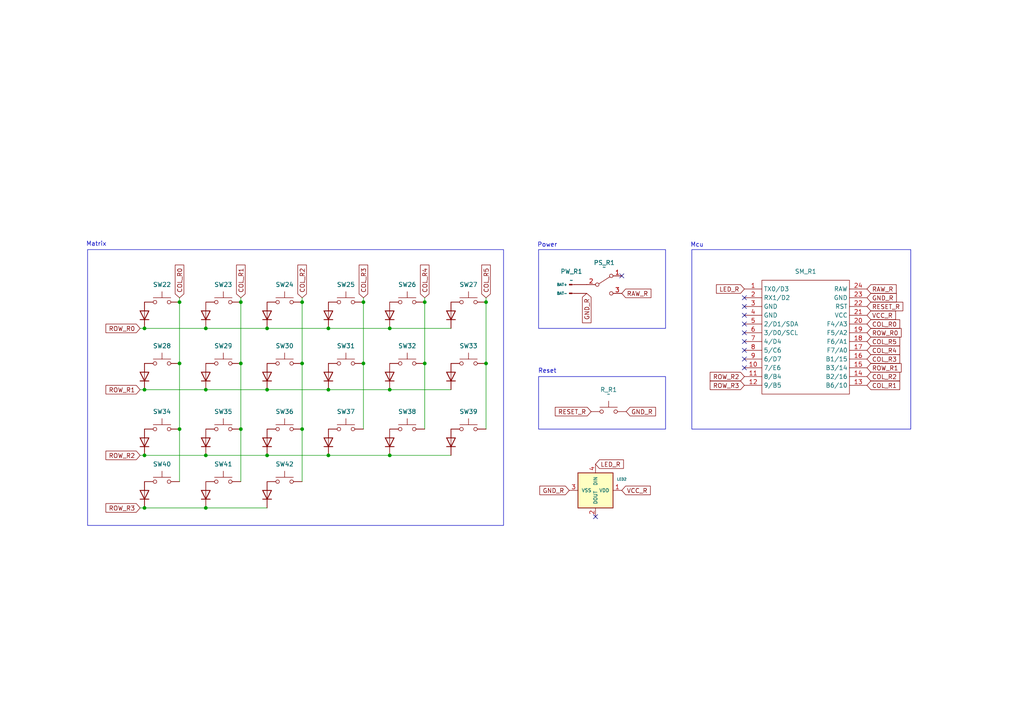
<source format=kicad_sch>
(kicad_sch (version 20250114) (generator "eeschema") (generator_version "9.0")
  (paper "A4")
  (lib_symbols
    (symbol "kometa:Battery" (pin_numbers (hide yes)) (pin_names (offset 1.778))
      (property "Reference" "PW" (at 0 4.826 0))
      (symbol "Battery_1_1"
        (rectangle (start -1.6764 1.397) (end -2.54 1.143) (stroke (width 0.1524)) (fill (type outline)))
        (rectangle (start -1.6764 -1.143) (end -2.54 -1.397) (stroke (width 0.1524)) (fill (type outline)))
        (polyline (pts (xy -1.27 1.27) (xy -1.6764 1.27)) (stroke (width 0.1524)))
        (polyline (pts (xy -1.27 -1.27) (xy -1.6764 -1.27)) (stroke (width 0.1524)))
        (pin passive line (at 2.54 1.27 180) (length 3.81) (name "BAT+") (number "1"))
        (pin passive line (at 2.54 -1.27 180) (length 3.81) (name "BAT-") (number "2"))
      )
    )
    (symbol "kometa:Diode" (pin_numbers (hide yes)) (pin_names (hide yes))
      (property "Reference" "D" (at 0 2.54 0))
      (symbol "Diode_0_1"
        (polyline (pts (xy -1.27 1.27) (xy -1.27 -1.27)) (stroke (width 0.254)))
        (polyline (pts (xy 1.27 1.27) (xy 1.27 -1.27) (xy -1.27 0) (xy 1.27 1.27)) (stroke (width 0.254)))
        (polyline (pts (xy 1.27 0) (xy -1.27 0)))
      )
      (symbol "Diode_1_1"
        (pin passive line (at -3.81 0 0) (length 2.54) (name "K") (number "1"))
        (pin passive line (at 3.81 0 180) (length 2.54) (name "A") (number "2"))
      )
    )
    (symbol "kometa:Keyswitch" (pin_numbers (hide yes)) (pin_names (hide yes))
      (property "Reference" "SW" (at 0 4.572 0))
      (symbol "Keyswitch_0_1"
        (circle (center -2.032 0) (radius 0.508))
        (polyline (pts (xy 0 1.27) (xy 0 3.048)))
        (circle (center 2.032 0) (radius 0.508))
        (polyline (pts (xy 2.54 1.27) (xy -2.54 1.27)))
        (pin passive line (at -5.08 0 0) (length 2.54) (name "1") (number "1"))
        (pin passive line (at 5.08 0 180) (length 2.54) (name "2") (number "2"))
      )
    )
    (symbol "kometa:Power" (pin_names (hide yes))
      (property "Reference" "PS" (at 0 7.874 0))
      (symbol "Power_0_0"
        (circle (center -4.572 0) (radius 0.508))
        (circle (center -0.508 -2.54) (radius 0.508))
      )
      (symbol "Power_0_1"
        (polyline (pts (xy -4.064 0.254) (xy -0.889 2.286)))
        (circle (center -0.508 2.54) (radius 0.508))
      )
      (symbol "Power_1_1"
        (pin passive line (at -7.62 0 0) (length 2.54) (name "B") (number "2"))
        (pin passive line (at 2.54 2.54 180) (length 2.54) (name "A") (number "1"))
        (pin passive line (at 2.54 -2.54 180) (length 2.54) (name "C") (number "3"))
      )
    )
    (symbol "kometa:Reset" (pin_numbers (hide yes)) (pin_names (offset 1.27) (hide yes))
      (property "Reference" "R" (at 0 4.826 0))
      (symbol "Reset_0_1"
        (circle (center -2.032 0) (radius 0.508))
        (polyline (pts (xy 0 1.27) (xy 0 3.048)))
        (circle (center 2.032 0) (radius 0.508))
        (polyline (pts (xy 2.54 1.27) (xy -2.54 1.27)))
        (pin passive line (at -5.08 0 0) (length 2.54) (name "1") (number "1"))
        (pin passive line (at 5.08 0 180) (length 2.54) (name "2") (number "2"))
      )
    )
    (symbol "kometa:SuperMini"
      (property "Reference" "SM" (at 0 17.272 0))
      (symbol "SuperMini_0_1"
        (rectangle (start -12.7 15.24) (end 12.7 -17.78))
      )
      (symbol "SuperMini_1_1"
        (pin bidirectional line (at -17.78 12.7 0) (length 5.08) (name "TX0/D3") (number "1"))
        (pin bidirectional line (at -17.78 10.16 0) (length 5.08) (name "RX1/D2") (number "2"))
        (pin power_in line (at -17.78 7.62 0) (length 5.08) (name "GND") (number "3"))
        (pin power_in line (at -17.78 5.08 0) (length 5.08) (name "GND") (number "4"))
        (pin bidirectional line (at -17.78 2.54 0) (length 5.08) (name "2/D1/SDA") (number "5"))
        (pin bidirectional line (at -17.78 0 0) (length 5.08) (name "3/D0/SCL") (number "6"))
        (pin bidirectional line (at -17.78 -2.54 0) (length 5.08) (name "4/D4") (number "7"))
        (pin bidirectional line (at -17.78 -5.08 0) (length 5.08) (name "5/C6") (number "8"))
        (pin bidirectional line (at -17.78 -7.62 0) (length 5.08) (name "6/D7") (number "9"))
        (pin bidirectional line (at -17.78 -10.16 0) (length 5.08) (name "7/E6") (number "10"))
        (pin bidirectional line (at -17.78 -12.7 0) (length 5.08) (name "8/B4") (number "11"))
        (pin bidirectional line (at -17.78 -15.24 0) (length 5.08) (name "9/B5") (number "12"))
        (pin power_out line (at 17.78 12.7 180) (length 5.08) (name "RAW") (number "24"))
        (pin power_in line (at 17.78 10.16 180) (length 5.08) (name "GND") (number "23"))
        (pin input line (at 17.78 7.62 180) (length 5.08) (name "RST") (number "22"))
        (pin power_in line (at 17.78 5.08 180) (length 5.08) (name "VCC") (number "21"))
        (pin bidirectional line (at 17.78 2.54 180) (length 5.08) (name "F4/A3") (number "20"))
        (pin bidirectional line (at 17.78 0 180) (length 5.08) (name "F5/A2") (number "19"))
        (pin bidirectional line (at 17.78 -2.54 180) (length 5.08) (name "F6/A1") (number "18"))
        (pin bidirectional line (at 17.78 -5.08 180) (length 5.08) (name "F7/A0") (number "17"))
        (pin bidirectional line (at 17.78 -7.62 180) (length 5.08) (name "B1/15") (number "16"))
        (pin bidirectional line (at 17.78 -10.16 180) (length 5.08) (name "B3/14") (number "15"))
        (pin bidirectional line (at 17.78 -12.7 180) (length 5.08) (name "B2/16") (number "14"))
        (pin bidirectional line (at 17.78 -15.24 180) (length 5.08) (name "B6/10") (number "13"))
      )
    )
    (symbol "kometa:YS-SK6812MINI-E" (pin_names (offset 1.016))
      (property "Reference" "LED" (at 3.81 6.096 0))
      (symbol "YS-SK6812MINI-E_0_1"
        (rectangle (start 5.08 5.08) (end -5.08 -5.08) (stroke (width 0.254)) (fill (type background)))
      )
      (symbol "YS-SK6812MINI-E_1_1"
        (pin power_in line (at -7.62 0 0) (length 2.54) (name "VSS") (number "3"))
        (pin input line (at 0 7.62 270) (length 2.54) (name "DIN") (number "4"))
        (pin output line (at 0 -7.62 90) (length 2.54) (name "DOUT") (number "2"))
        (pin power_in line (at 7.62 0 180) (length 2.54) (name "VDD") (number "1"))
      )
    )
  )
  (rectangle (start 156.21 72.39) (end 193.04 95.25))
  (rectangle (start 25.4 72.39) (end 146.05 152.4))
  (rectangle (start 200.66 72.39) (end 264.16 124.46))
  (rectangle (start 156.21 109.22) (end 193.04 124.46))
  (text "Reset\n" (at 158.75 107.696 0) (effects (font (size 1.27 1.27))))
  (text "Power\n" (at 158.75 71.12 0) (effects (font (size 1.27 1.27))))
  (text "Mcu" (at 202.184 71.12 0) (effects (font (size 1.27 1.27))))
  (text "Matrix\n" (at 27.94 70.866 0) (effects (font (size 1.27 1.27))))
  (junction (at 69.85 87.63))
  (junction (at 87.63 124.46))
  (junction (at 41.91 113.03))
  (junction (at 105.41 87.63))
  (junction (at 123.19 105.41))
  (junction (at 95.25 95.25))
  (junction (at 52.07 105.41))
  (junction (at 69.85 105.41))
  (junction (at 140.97 87.63))
  (junction (at 41.91 95.25))
  (junction (at 113.03 132.08))
  (junction (at 52.07 124.46))
  (junction (at 41.91 147.32))
  (junction (at 77.47 132.08))
  (junction (at 140.97 105.41))
  (junction (at 77.47 95.25))
  (junction (at 52.07 87.63))
  (junction (at 87.63 87.63))
  (junction (at 59.69 147.32))
  (junction (at 113.03 113.03))
  (junction (at 41.91 132.08))
  (junction (at 69.85 124.46))
  (junction (at 95.25 132.08))
  (junction (at 113.03 95.25))
  (junction (at 59.69 95.25))
  (junction (at 95.25 113.03))
  (junction (at 105.41 105.41))
  (junction (at 123.19 87.63))
  (junction (at 59.69 132.08))
  (junction (at 77.47 113.03))
  (junction (at 87.63 105.41))
  (junction (at 59.69 113.03))
  (no_connect (at 215.9 88.9))
  (no_connect (at 215.9 101.6))
  (no_connect (at 334.01 6.35))
  (no_connect (at 215.9 86.36))
  (no_connect (at 215.9 93.98))
  (no_connect (at 215.9 104.14))
  (no_connect (at 172.72 149.86))
  (no_connect (at 215.9 99.06))
  (no_connect (at 215.9 106.68))
  (no_connect (at 215.9 91.44))
  (no_connect (at 180.34 80.01))
  (no_connect (at 215.9 96.52))
  (wire (pts (xy 87.63 86.36) (xy 87.63 87.63)))
  (wire (pts (xy 41.91 95.25) (xy 59.69 95.25)))
  (wire (pts (xy 40.64 113.03) (xy 41.91 113.03)))
  (wire (pts (xy 59.69 113.03) (xy 77.47 113.03)))
  (wire (pts (xy 105.41 105.41) (xy 105.41 124.46)))
  (wire (pts (xy 52.07 124.46) (xy 52.07 139.7)))
  (wire (pts (xy 140.97 86.36) (xy 140.97 87.63)))
  (wire (pts (xy 123.19 86.36) (xy 123.19 87.63)))
  (wire (pts (xy 52.07 87.63) (xy 52.07 105.41)))
  (wire (pts (xy 123.19 105.41) (xy 123.19 124.46)))
  (wire (pts (xy 113.03 113.03) (xy 130.81 113.03)))
  (wire (pts (xy 69.85 105.41) (xy 69.85 124.46)))
  (wire (pts (xy 59.69 95.25) (xy 77.47 95.25)))
  (wire (pts (xy 40.64 147.32) (xy 41.91 147.32)))
  (wire (pts (xy 59.69 132.08) (xy 77.47 132.08)))
  (wire (pts (xy 105.41 87.63) (xy 105.41 105.41)))
  (wire (pts (xy 77.47 132.08) (xy 95.25 132.08)))
  (wire (pts (xy 113.03 132.08) (xy 130.81 132.08)))
  (wire (pts (xy 123.19 87.63) (xy 123.19 105.41)))
  (wire (pts (xy 41.91 132.08) (xy 59.69 132.08)))
  (wire (pts (xy 40.64 132.08) (xy 41.91 132.08)))
  (wire (pts (xy 87.63 124.46) (xy 87.63 139.7)))
  (wire (pts (xy 87.63 87.63) (xy 87.63 105.41)))
  (wire (pts (xy 113.03 95.25) (xy 130.81 95.25)))
  (wire (pts (xy 59.69 147.32) (xy 77.47 147.32)))
  (wire (pts (xy 87.63 105.41) (xy 87.63 124.46)))
  (wire (pts (xy 77.47 95.25) (xy 95.25 95.25)))
  (wire (pts (xy 41.91 113.03) (xy 59.69 113.03)))
  (wire (pts (xy 40.64 95.25) (xy 41.91 95.25)))
  (wire (pts (xy 69.85 86.36) (xy 69.85 87.63)))
  (wire (pts (xy 52.07 86.36) (xy 52.07 87.63)))
  (wire (pts (xy 52.07 105.41) (xy 52.07 124.46)))
  (wire (pts (xy 140.97 105.41) (xy 140.97 124.46)))
  (wire (pts (xy 105.41 86.36) (xy 105.41 87.63)))
  (wire (pts (xy 69.85 124.46) (xy 69.85 139.7)))
  (wire (pts (xy 69.85 87.63) (xy 69.85 105.41)))
  (wire (pts (xy 77.47 113.03) (xy 95.25 113.03)))
  (wire (pts (xy 140.97 87.63) (xy 140.97 105.41)))
  (wire (pts (xy 95.25 95.25) (xy 113.03 95.25)))
  (wire (pts (xy 41.91 147.32) (xy 59.69 147.32)))
  (wire (pts (xy 95.25 113.03) (xy 113.03 113.03)))
  (wire (pts (xy 95.25 132.08) (xy 113.03 132.08)))
  (global_label "COL_R4" (shape input) (at 251.46 101.6 0) (property "Intersheetrefs" "${INTERSHEET_REFS}" (effects (hide yes))))
  (global_label "ROW_R3" (shape input) (at 215.9 111.76 180) (property "Intersheetrefs" "${INTERSHEET_REFS}" (effects (hide yes))))
  (global_label "COL_R1" (shape input) (at 251.46 111.76 0) (property "Intersheetrefs" "${INTERSHEET_REFS}" (effects (hide yes))))
  (global_label "LED_R" (shape input) (at 172.72 134.62 0) (property "Intersheetrefs" "${INTERSHEET_REFS}" (effects (hide yes))))
  (global_label "ROW_R1" (shape input) (at 40.64 113.03 180) (property "Intersheetrefs" "${INTERSHEET_REFS}" (effects (hide yes))))
  (global_label "COL_R5" (shape input) (at 251.46 99.06 0) (property "Intersheetrefs" "${INTERSHEET_REFS}" (effects (hide yes))))
  (global_label "RAW_R" (shape input) (at 251.46 83.82 0) (property "Intersheetrefs" "${INTERSHEET_REFS}" (effects (hide yes))))
  (global_label "ROW_R0" (shape input) (at 251.46 96.52 0) (property "Intersheetrefs" "${INTERSHEET_REFS}" (effects (hide yes))))
  (global_label "GND_R" (shape input) (at 165.1 142.24 180) (property "Intersheetrefs" "${INTERSHEET_REFS}" (effects (hide yes))))
  (global_label "COL_R5" (shape input) (at 140.97 86.36 90) (property "Intersheetrefs" "${INTERSHEET_REFS}" (effects (hide yes))))
  (global_label "COL_R0" (shape input) (at 251.46 93.98 0) (property "Intersheetrefs" "${INTERSHEET_REFS}" (effects (hide yes))))
  (global_label "ROW_R3" (shape input) (at 40.64 147.32 180) (property "Intersheetrefs" "${INTERSHEET_REFS}" (effects (hide yes))))
  (global_label "COL_R4" (shape input) (at 123.19 86.36 90) (property "Intersheetrefs" "${INTERSHEET_REFS}" (effects (hide yes))))
  (global_label "ROW_R0" (shape input) (at 40.64 95.25 180) (property "Intersheetrefs" "${INTERSHEET_REFS}" (effects (hide yes))))
  (global_label "COL_R0" (shape input) (at 52.07 86.36 90) (property "Intersheetrefs" "${INTERSHEET_REFS}" (effects (hide yes))))
  (global_label "RESET_R" (shape input) (at 171.45 119.38 180) (property "Intersheetrefs" "${INTERSHEET_REFS}" (effects (hide yes))))
  (global_label "COL_R3" (shape input) (at 251.46 104.14 0) (property "Intersheetrefs" "${INTERSHEET_REFS}" (effects (hide yes))))
  (global_label "GND_R" (shape input) (at 170.18 85.09 270) (property "Intersheetrefs" "${INTERSHEET_REFS}" (effects (hide yes))))
  (global_label "ROW_R2" (shape input) (at 215.9 109.22 180) (property "Intersheetrefs" "${INTERSHEET_REFS}" (effects (hide yes))))
  (global_label "ROW_R1" (shape input) (at 251.46 106.68 0) (property "Intersheetrefs" "${INTERSHEET_REFS}" (effects (hide yes))))
  (global_label "RESET_R" (shape input) (at 251.46 88.9 0) (property "Intersheetrefs" "${INTERSHEET_REFS}" (effects (hide yes))))
  (global_label "RAW_R" (shape input) (at 180.34 85.09 0) (property "Intersheetrefs" "${INTERSHEET_REFS}" (effects (hide yes))))
  (global_label "COL_R2" (shape input) (at 87.63 86.36 90) (property "Intersheetrefs" "${INTERSHEET_REFS}" (effects (hide yes))))
  (global_label "COL_R3" (shape input) (at 105.41 86.36 90) (property "Intersheetrefs" "${INTERSHEET_REFS}" (effects (hide yes))))
  (global_label "COL_R2" (shape input) (at 251.46 109.22 0) (property "Intersheetrefs" "${INTERSHEET_REFS}" (effects (hide yes))))
  (global_label "VCC_R" (shape input) (at 251.46 91.44 0) (property "Intersheetrefs" "${INTERSHEET_REFS}" (effects (hide yes))))
  (global_label "LED_R" (shape input) (at 215.9 83.82 180) (property "Intersheetrefs" "${INTERSHEET_REFS}" (effects (hide yes))))
  (global_label "COL_R1" (shape input) (at 69.85 86.36 90) (property "Intersheetrefs" "${INTERSHEET_REFS}" (effects (hide yes))))
  (global_label "ROW_R2" (shape input) (at 40.64 132.08 180) (property "Intersheetrefs" "${INTERSHEET_REFS}" (effects (hide yes))))
  (global_label "GND_R" (shape input) (at 181.61 119.38 0) (property "Intersheetrefs" "${INTERSHEET_REFS}" (effects (hide yes))))
  (global_label "GND_R" (shape input) (at 251.46 86.36 0) (property "Intersheetrefs" "${INTERSHEET_REFS}" (effects (hide yes))))
  (global_label "VCC_R" (shape input) (at 180.34 142.24 0) (property "Intersheetrefs" "${INTERSHEET_REFS}" (effects (hide yes))))
  (symbol (lib_id "kometa:Keyswitch") (at 64.77 87.63 0) (unit 1)
    (property "Reference" "SW23" (at 64.77 82.55 0))
    (property "Footprint" "kometa:SW_Hotswap_Kailh_Choc_V1V2" (effects (hide yes)))
  )
  (symbol (lib_id "kometa:Keyswitch") (at 135.89 124.46 0) (unit 1)
    (property "Reference" "SW39" (at 135.89 119.38 0))
    (property "Footprint" "kometa:SW_Hotswap_Kailh_Choc_V1V2" (effects (hide yes)))
  )
  (symbol (lib_id "kometa:Diode") (at 130.81 109.22 90) (unit 1)
    (property "Reference" "D33" (effects (hide yes)))
    (property "Footprint" "kometa:D_SOD323" (effects (hide yes)))
  )
  (symbol (lib_id "kometa:Diode") (at 77.47 128.27 90) (unit 1)
    (property "Reference" "D36" (effects (hide yes)))
    (property "Footprint" "kometa:D_SOD323" (effects (hide yes)))
  )
  (symbol (lib_id "kometa:Keyswitch") (at 64.77 105.41 0) (unit 1)
    (property "Reference" "SW29" (at 64.77 100.33 0))
    (property "Footprint" "kometa:SW_Hotswap_Kailh_Choc_V1V2" (effects (hide yes)))
  )
  (symbol (lib_id "kometa:Diode") (at 95.25 128.27 90) (unit 1)
    (property "Reference" "D37" (effects (hide yes)))
    (property "Footprint" "kometa:D_SOD323" (effects (hide yes)))
  )
  (symbol (lib_id "kometa:Keyswitch") (at 46.99 124.46 0) (unit 1)
    (property "Reference" "SW34" (at 46.99 119.38 0))
    (property "Footprint" "kometa:SW_Hotswap_Kailh_Choc_V1V2" (effects (hide yes)))
  )
  (symbol (lib_id "kometa:Keyswitch") (at 135.89 105.41 0) (unit 1)
    (property "Reference" "SW33" (at 135.89 100.33 0))
    (property "Footprint" "kometa:SW_Hotswap_Kailh_Choc_V1V2" (effects (hide yes)))
  )
  (symbol (lib_id "kometa:Diode") (at 77.47 109.22 90) (unit 1)
    (property "Reference" "D30" (effects (hide yes)))
    (property "Footprint" "kometa:D_SOD323" (effects (hide yes)))
  )
  (symbol (lib_id "kometa:Keyswitch") (at 118.11 124.46 0) (unit 1)
    (property "Reference" "SW38" (at 118.11 119.38 0))
    (property "Footprint" "kometa:SW_Hotswap_Kailh_Choc_V1V2" (effects (hide yes)))
  )
  (symbol (lib_id "kometa:Diode") (at 113.03 109.22 90) (unit 1)
    (property "Reference" "D32" (effects (hide yes)))
    (property "Footprint" "kometa:D_SOD323" (effects (hide yes)))
  )
  (symbol (lib_id "kometa:Diode") (at 130.81 91.44 90) (unit 1)
    (property "Reference" "D27" (effects (hide yes)))
    (property "Footprint" "kometa:D_SOD323" (effects (hide yes)))
  )
  (symbol (lib_id "kometa:Diode") (at 95.25 91.44 90) (unit 1)
    (property "Reference" "D25" (effects (hide yes)))
    (property "Footprint" "kometa:D_SOD323" (effects (hide yes)))
  )
  (symbol (lib_id "kometa:Diode") (at 59.69 143.51 90) (unit 1)
    (property "Reference" "D41" (effects (hide yes)))
    (property "Footprint" "kometa:D_SOD323" (effects (hide yes)))
  )
  (symbol (lib_id "kometa:Keyswitch") (at 135.89 87.63 0) (unit 1)
    (property "Reference" "SW27" (at 135.89 82.55 0))
    (property "Footprint" "kometa:SW_Hotswap_Kailh_Choc_V1V2" (effects (hide yes)))
  )
  (symbol (lib_id "kometa:Diode") (at 41.91 91.44 90) (unit 1)
    (property "Reference" "D22" (effects (hide yes)))
    (property "Footprint" "kometa:D_SOD323" (effects (hide yes)))
  )
  (symbol (lib_id "kometa:Keyswitch") (at 46.99 139.7 0) (unit 1)
    (property "Reference" "SW40" (at 46.99 134.62 0))
    (property "Footprint" "kometa:SW_Hotswap_Kailh_Choc_V1V2" (effects (hide yes)))
  )
  (symbol (lib_id "kometa:Diode") (at 59.69 91.44 90) (unit 1)
    (property "Reference" "D23" (effects (hide yes)))
    (property "Footprint" "kometa:D_SOD323" (effects (hide yes)))
  )
  (symbol (lib_id "kometa:Reset") (at 176.53 119.38 0) (unit 1)
    (property "Reference" "R_R1" (at 176.53 113.03 0))
    (property "Value" "~" (at 176.53 114.3 0))
    (property "Footprint" "kometa:SW_TS342A2P" (effects (hide yes)))
  )
  (symbol (lib_id "kometa:Battery") (at 167.64 83.82 0) (unit 1)
    (property "Reference" "PW_R1" (at 165.735 78.74 0))
    (property "Value" "~" (at 165.735 81.28 0))
    (property "Footprint" "kometa:J_Battery" (effects (hide yes)))
  )
  (symbol (lib_id "kometa:Diode") (at 113.03 91.44 90) (unit 1)
    (property "Reference" "D26" (effects (hide yes)))
    (property "Footprint" "kometa:D_SOD323" (effects (hide yes)))
  )
  (symbol (lib_id "kometa:Diode") (at 130.81 128.27 90) (unit 1)
    (property "Reference" "D39" (effects (hide yes)))
    (property "Footprint" "kometa:D_SOD323" (effects (hide yes)))
  )
  (symbol (lib_id "kometa:Keyswitch") (at 118.11 87.63 0) (unit 1)
    (property "Reference" "SW26" (at 118.11 82.55 0))
    (property "Footprint" "kometa:SW_Hotswap_Kailh_Choc_V1V2" (effects (hide yes)))
  )
  (symbol (lib_id "kometa:Diode") (at 41.91 143.51 90) (unit 1)
    (property "Reference" "D40" (effects (hide yes)))
    (property "Footprint" "kometa:D_SOD323" (effects (hide yes)))
  )
  (symbol (lib_id "kometa:Keyswitch") (at 82.55 139.7 0) (unit 1)
    (property "Reference" "SW42" (at 82.55 134.62 0))
    (property "Footprint" "kometa:SW_Hotswap_Kailh_Choc_V1V2" (effects (hide yes)))
  )
  (symbol (lib_id "kometa:Diode") (at 77.47 143.51 90) (unit 1)
    (property "Reference" "D42" (effects (hide yes)))
    (property "Footprint" "kometa:D_SOD323" (effects (hide yes)))
  )
  (symbol (lib_id "kometa:Keyswitch") (at 100.33 105.41 0) (unit 1)
    (property "Reference" "SW31" (at 100.33 100.33 0))
    (property "Footprint" "kometa:SW_Hotswap_Kailh_Choc_V1V2" (effects (hide yes)))
  )
  (symbol (lib_id "kometa:Keyswitch") (at 100.33 124.46 0) (unit 1)
    (property "Reference" "SW37" (at 100.33 119.38 0))
    (property "Footprint" "kometa:SW_Hotswap_Kailh_Choc_V1V2" (effects (hide yes)))
  )
  (symbol (lib_id "kometa:Keyswitch") (at 64.77 139.7 0) (unit 1)
    (property "Reference" "SW41" (at 64.77 134.62 0))
    (property "Footprint" "kometa:SW_Hotswap_Kailh_Choc_V1V2" (effects (hide yes)))
  )
  (symbol (lib_id "kometa:YS-SK6812MINI-E") (at 172.72 142.24 0) (unit 1)
    (property "Reference" "LED2" (at 180.34 138.9949 0) (effects (font (size 0.7366 0.7366))))
    (property "Footprint" "kometa:YS-SK6812MINI-E" (effects (hide yes)))
  )
  (symbol (lib_id "kometa:Keyswitch") (at 46.99 87.63 0) (unit 1)
    (property "Reference" "SW22" (at 46.99 82.55 0))
    (property "Footprint" "kometa:SW_Hotswap_Kailh_Choc_V1V2" (effects (hide yes)))
  )
  (symbol (lib_id "kometa:Diode") (at 59.69 109.22 90) (unit 1)
    (property "Reference" "D29" (effects (hide yes)))
    (property "Footprint" "kometa:D_SOD323" (effects (hide yes)))
  )
  (symbol (lib_id "kometa:Keyswitch") (at 82.55 105.41 0) (unit 1)
    (property "Reference" "SW30" (at 82.55 100.33 0))
    (property "Footprint" "kometa:SW_Hotswap_Kailh_Choc_V1V2" (effects (hide yes)))
  )
  (symbol (lib_id "kometa:Keyswitch") (at 46.99 105.41 0) (unit 1)
    (property "Reference" "SW28" (at 46.99 100.33 0))
    (property "Footprint" "kometa:SW_Hotswap_Kailh_Choc_V1V2" (effects (hide yes)))
  )
  (symbol (lib_id "kometa:Diode") (at 41.91 109.22 90) (unit 1)
    (property "Reference" "D28" (effects (hide yes)))
    (property "Footprint" "kometa:D_SOD323" (effects (hide yes)))
  )
  (symbol (lib_id "kometa:Keyswitch") (at 118.11 105.41 0) (unit 1)
    (property "Reference" "SW32" (at 118.11 100.33 0))
    (property "Footprint" "kometa:SW_Hotswap_Kailh_Choc_V1V2" (effects (hide yes)))
  )
  (symbol (lib_id "kometa:Diode") (at 41.91 128.27 90) (unit 1)
    (property "Reference" "D34" (effects (hide yes)))
    (property "Footprint" "kometa:D_SOD323" (effects (hide yes)))
  )
  (symbol (lib_id "kometa:Keyswitch") (at 64.77 124.46 0) (unit 1)
    (property "Reference" "SW35" (at 64.77 119.38 0))
    (property "Footprint" "kometa:SW_Hotswap_Kailh_Choc_V1V2" (effects (hide yes)))
  )
  (symbol (lib_id "kometa:Diode") (at 113.03 128.27 90) (unit 1)
    (property "Reference" "D38" (effects (hide yes)))
    (property "Footprint" "kometa:D_SOD323" (effects (hide yes)))
  )
  (symbol (lib_id "kometa:SuperMini") (at 233.68 96.52 0) (unit 1)
    (property "Reference" "SM_R1" (at 233.68 78.74 0))
    (property "Footprint" "kometa:U_ProMicro_nRF52840" (effects (hide yes)))
  )
  (symbol (lib_id "kometa:Keyswitch") (at 82.55 87.63 0) (unit 1)
    (property "Reference" "SW24" (at 82.55 82.55 0))
    (property "Footprint" "kometa:SW_Hotswap_Kailh_Choc_V1V2" (effects (hide yes)))
  )
  (symbol (lib_id "kometa:Keyswitch") (at 82.55 124.46 0) (unit 1)
    (property "Reference" "SW36" (at 82.55 119.38 0))
    (property "Footprint" "kometa:SW_Hotswap_Kailh_Choc_V1V2" (effects (hide yes)))
  )
  (symbol (lib_id "kometa:Power") (at 177.8 82.55 0) (unit 1)
    (property "Reference" "PS_R1" (at 175.26 76.2 0))
    (property "Value" "~" (at 175.26 77.47 0))
    (property "Footprint" "kometa:SW_MSK-12C02" (effects (hide yes)))
  )
  (symbol (lib_id "kometa:Diode") (at 95.25 109.22 90) (unit 1)
    (property "Reference" "D31" (effects (hide yes)))
    (property "Footprint" "kometa:D_SOD323" (effects (hide yes)))
  )
  (symbol (lib_id "kometa:Diode") (at 77.47 91.44 90) (unit 1)
    (property "Reference" "D24" (effects (hide yes)))
    (property "Footprint" "kometa:D_SOD323" (effects (hide yes)))
  )
  (symbol (lib_id "kometa:Keyswitch") (at 100.33 87.63 0) (unit 1)
    (property "Reference" "SW25" (at 100.33 82.55 0))
    (property "Footprint" "kometa:SW_Hotswap_Kailh_Choc_V1V2" (effects (hide yes)))
  )
  (symbol (lib_id "kometa:Diode") (at 59.69 128.27 90) (unit 1)
    (property "Reference" "D35" (effects (hide yes)))
    (property "Footprint" "kometa:D_SOD323" (effects (hide yes)))
  )
)
</source>
